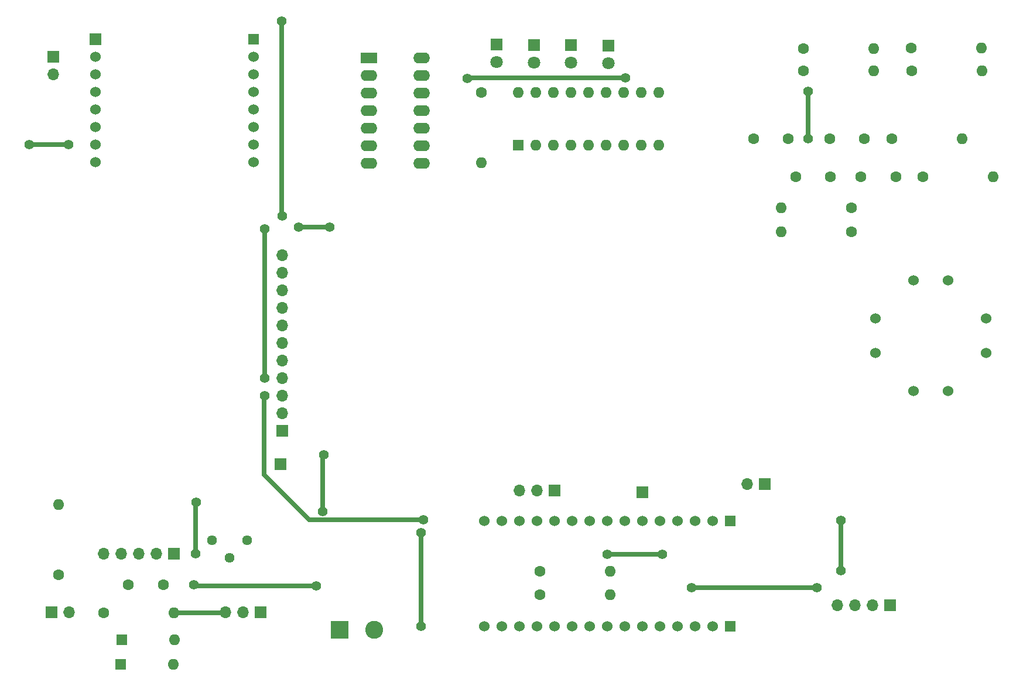
<source format=gbr>
%TF.GenerationSoftware,KiCad,Pcbnew,8.0.0*%
%TF.CreationDate,2024-05-22T20:52:51+02:00*%
%TF.ProjectId,Game_Board_v1,47616d65-5f42-46f6-9172-645f76312e6b,rev?*%
%TF.SameCoordinates,Original*%
%TF.FileFunction,Copper,L1,Top*%
%TF.FilePolarity,Positive*%
%FSLAX46Y46*%
G04 Gerber Fmt 4.6, Leading zero omitted, Abs format (unit mm)*
G04 Created by KiCad (PCBNEW 8.0.0) date 2024-05-22 20:52:51*
%MOMM*%
%LPD*%
G01*
G04 APERTURE LIST*
%TA.AperFunction,ComponentPad*%
%ADD10C,1.600000*%
%TD*%
%TA.AperFunction,ComponentPad*%
%ADD11O,1.600000X1.600000*%
%TD*%
%TA.AperFunction,ComponentPad*%
%ADD12R,1.700000X1.700000*%
%TD*%
%TA.AperFunction,ComponentPad*%
%ADD13O,1.700000X1.700000*%
%TD*%
%TA.AperFunction,ComponentPad*%
%ADD14C,1.440000*%
%TD*%
%TA.AperFunction,ComponentPad*%
%ADD15R,1.600000X1.600000*%
%TD*%
%TA.AperFunction,ComponentPad*%
%ADD16C,1.524000*%
%TD*%
%TA.AperFunction,ComponentPad*%
%ADD17R,1.800000X1.800000*%
%TD*%
%TA.AperFunction,ComponentPad*%
%ADD18C,1.800000*%
%TD*%
%TA.AperFunction,ComponentPad*%
%ADD19R,2.400000X1.600000*%
%TD*%
%TA.AperFunction,ComponentPad*%
%ADD20O,2.400000X1.600000*%
%TD*%
%TA.AperFunction,ComponentPad*%
%ADD21R,2.600000X2.600000*%
%TD*%
%TA.AperFunction,ComponentPad*%
%ADD22C,2.600000*%
%TD*%
%TA.AperFunction,ComponentPad*%
%ADD23R,1.676400X1.676400*%
%TD*%
%TA.AperFunction,ComponentPad*%
%ADD24R,1.524000X1.524000*%
%TD*%
%TA.AperFunction,ComponentPad*%
%ADD25R,1.530000X1.530000*%
%TD*%
%TA.AperFunction,ComponentPad*%
%ADD26C,1.530000*%
%TD*%
%TA.AperFunction,ViaPad*%
%ADD27C,1.400000*%
%TD*%
%TA.AperFunction,Conductor*%
%ADD28C,0.700000*%
%TD*%
G04 APERTURE END LIST*
D10*
%TO.P,R10,1*%
%TO.N,Net-(D6-K)*%
X262140000Y-70400000D03*
D11*
%TO.P,R10,2*%
%TO.N,GND*%
X272300000Y-70400000D03*
%TD*%
D12*
%TO.P,J7,1,Pin_1*%
%TO.N,LCD_DC_t*%
X210575000Y-134425000D03*
D13*
%TO.P,J7,2,Pin_2*%
%TO.N,LCD_RES_t*%
X208035000Y-134425000D03*
%TO.P,J7,3,Pin_3*%
%TO.N,LCD_CS_t*%
X205495000Y-134425000D03*
%TD*%
D12*
%TO.P,J6,1,Pin_1*%
%TO.N,SCL*%
X259080000Y-151000000D03*
D13*
%TO.P,J6,2,Pin_2*%
%TO.N,SDA*%
X256540000Y-151000000D03*
%TO.P,J6,3,Pin_3*%
%TO.N,5V*%
X254000000Y-151000000D03*
%TO.P,J6,4,Pin_4*%
%TO.N,GND*%
X251460000Y-151000000D03*
%TD*%
D14*
%TO.P,RV1,1,1*%
%TO.N,3.3V*%
X161050000Y-141600000D03*
%TO.P,RV1,2,2*%
%TO.N,POT_OUT*%
X163590000Y-144140000D03*
%TO.P,RV1,3,3*%
%TO.N,GND*%
X166130000Y-141600000D03*
%TD*%
D15*
%TO.P,D2,1,K*%
%TO.N,AN_IN*%
X148000000Y-156000000D03*
D11*
%TO.P,D2,2,A*%
%TO.N,GND*%
X155620000Y-156000000D03*
%TD*%
D10*
%TO.P,C5,1*%
%TO.N,3.3V*%
X154000000Y-148000000D03*
%TO.P,C5,2*%
%TO.N,JOYSW*%
X149000000Y-148000000D03*
%TD*%
%TO.P,C4,1*%
%TO.N,3.3V*%
X250500000Y-89000000D03*
%TO.P,C4,2*%
%TO.N,SW4*%
X245500000Y-89000000D03*
%TD*%
%TO.P,R8,1*%
%TO.N,Net-(D4-K)*%
X246575000Y-70475000D03*
D11*
%TO.P,R8,2*%
%TO.N,GND*%
X256735000Y-70475000D03*
%TD*%
D10*
%TO.P,R3,1*%
%TO.N,Net-(J3-Pin_2)*%
X145420000Y-152080000D03*
D11*
%TO.P,R3,2*%
%TO.N,AN_IN*%
X155580000Y-152080000D03*
%TD*%
D15*
%TO.P,U3,1,SCL*%
%TO.N,SCL*%
X205390000Y-84470000D03*
D11*
%TO.P,U3,2,SDA*%
%TO.N,SDA*%
X207930000Y-84470000D03*
%TO.P,U3,3,A2*%
%TO.N,GND*%
X210470000Y-84470000D03*
%TO.P,U3,4,A1*%
X213010000Y-84470000D03*
%TO.P,U3,5,A0*%
X215550000Y-84470000D03*
%TO.P,U3,6,~{RESET}*%
%TO.N,Net-(U3-~{RESET})*%
X218090000Y-84470000D03*
%TO.P,U3,7,NC*%
%TO.N,unconnected-(U3-NC-Pad7)*%
X220630000Y-84470000D03*
%TO.P,U3,8,INT*%
%TO.N,EXP_INT*%
X223170000Y-84470000D03*
%TO.P,U3,9,VSS*%
%TO.N,GND*%
X225710000Y-84470000D03*
%TO.P,U3,10,GP0*%
%TO.N,SW1*%
X225710000Y-76850000D03*
%TO.P,U3,11,GP1*%
%TO.N,SW2*%
X223170000Y-76850000D03*
%TO.P,U3,12,GP2*%
%TO.N,SW3*%
X220630000Y-76850000D03*
%TO.P,U3,13,GP3*%
%TO.N,SW4*%
X218090000Y-76850000D03*
%TO.P,U3,14,GP4*%
%TO.N,LED1*%
X215550000Y-76850000D03*
%TO.P,U3,15,GP5*%
%TO.N,LED2*%
X213010000Y-76850000D03*
%TO.P,U3,16,GP6*%
%TO.N,LED3*%
X210470000Y-76850000D03*
%TO.P,U3,17,GP7*%
%TO.N,LED4*%
X207930000Y-76850000D03*
%TO.P,U3,18,VDD*%
%TO.N,3.3V*%
X205390000Y-76850000D03*
%TD*%
D16*
%TO.P,SW3,1,1*%
%TO.N,3.3V*%
X257000000Y-114500000D03*
%TO.P,SW3,2,2*%
%TO.N,SW3*%
X257000000Y-109500000D03*
%TD*%
D10*
%TO.P,R12,1*%
%TO.N,3.3V*%
X208490000Y-149450000D03*
D11*
%TO.P,R12,2*%
%TO.N,SDA*%
X218650000Y-149450000D03*
%TD*%
D12*
%TO.P,J9,1,Pin_1*%
%TO.N,SD_CS_t*%
X223300000Y-134600000D03*
%TD*%
D16*
%TO.P,SW2,1,1*%
%TO.N,3.3V*%
X273000000Y-114500000D03*
%TO.P,SW2,2,2*%
%TO.N,SW2*%
X273000000Y-109500000D03*
%TD*%
D10*
%TO.P,R7,1*%
%TO.N,Net-(D3-K)*%
X246575000Y-73675000D03*
D11*
%TO.P,R7,2*%
%TO.N,GND*%
X256735000Y-73675000D03*
%TD*%
D17*
%TO.P,D5,1,K*%
%TO.N,Net-(D5-K)*%
X207635000Y-69920000D03*
D18*
%TO.P,D5,2,A*%
%TO.N,LED3*%
X207635000Y-72460000D03*
%TD*%
D15*
%TO.P,D1,1,K*%
%TO.N,3.3V*%
X147880000Y-159500000D03*
D11*
%TO.P,D1,2,A*%
%TO.N,AN_IN*%
X155500000Y-159500000D03*
%TD*%
D12*
%TO.P,J1,1,Pin_1*%
%TO.N,SD_CS*%
X171200000Y-125730000D03*
D13*
%TO.P,J1,2,Pin_2*%
%TO.N,MOSI*%
X171200000Y-123190000D03*
%TO.P,J1,3,Pin_3*%
%TO.N,SCK*%
X171200000Y-120650000D03*
%TO.P,J1,4,Pin_4*%
%TO.N,MISO*%
X171200000Y-118110000D03*
%TO.P,J1,5,Pin_5*%
%TO.N,LCD_CS*%
X171200000Y-115570000D03*
%TO.P,J1,6,Pin_6*%
%TO.N,LCD_RES*%
X171200000Y-113030000D03*
%TO.P,J1,7,Pin_7*%
%TO.N,LCD_DC*%
X171200000Y-110490000D03*
%TO.P,J1,8,Pin_8*%
%TO.N,MOSI*%
X171200000Y-107950000D03*
%TO.P,J1,9,Pin_9*%
%TO.N,SCK*%
X171200000Y-105410000D03*
%TO.P,J1,10,Pin_10*%
%TO.N,GND*%
X171200000Y-102870000D03*
%TO.P,J1,11,Pin_11*%
%TO.N,3.3V*%
X171200000Y-100330000D03*
%TD*%
D12*
%TO.P,J8,1,Pin_1*%
%TO.N,SD_CS*%
X171000000Y-130550000D03*
%TD*%
%TO.P,J10,1,Pin_1*%
%TO.N,nRF_CS_t*%
X241025000Y-133475000D03*
D13*
%TO.P,J10,2,Pin_2*%
%TO.N,nRF_CE_t*%
X238485000Y-133475000D03*
%TD*%
D10*
%TO.P,R5,1*%
%TO.N,SW4*%
X253500000Y-97000000D03*
D11*
%TO.P,R5,2*%
%TO.N,GND*%
X243340000Y-97000000D03*
%TD*%
D10*
%TO.P,R9,1*%
%TO.N,Net-(D5-K)*%
X262240000Y-73650000D03*
D11*
%TO.P,R9,2*%
%TO.N,GND*%
X272400000Y-73650000D03*
%TD*%
D10*
%TO.P,R11,1*%
%TO.N,3.3V*%
X208490000Y-146100000D03*
D11*
%TO.P,R11,2*%
%TO.N,SCL*%
X218650000Y-146100000D03*
%TD*%
D10*
%TO.P,C2,1*%
%TO.N,3.3V*%
X250420000Y-83500000D03*
%TO.P,C2,2*%
%TO.N,SW2*%
X255420000Y-83500000D03*
%TD*%
D12*
%TO.P,J3,1,Pin_1*%
%TO.N,GND*%
X137900000Y-152000000D03*
D13*
%TO.P,J3,2,Pin_2*%
%TO.N,Net-(J3-Pin_2)*%
X140440000Y-152000000D03*
%TD*%
D10*
%TO.P,R6,1*%
%TO.N,JOYSW*%
X138920000Y-146580000D03*
D11*
%TO.P,R6,2*%
%TO.N,GND*%
X138920000Y-136420000D03*
%TD*%
D10*
%TO.P,R1,1*%
%TO.N,SW1*%
X263840000Y-89000000D03*
D11*
%TO.P,R1,2*%
%TO.N,GND*%
X274000000Y-89000000D03*
%TD*%
D10*
%TO.P,R4,1*%
%TO.N,SW3*%
X253500000Y-93500000D03*
D11*
%TO.P,R4,2*%
%TO.N,GND*%
X243340000Y-93500000D03*
%TD*%
D10*
%TO.P,R13,1*%
%TO.N,3.3V*%
X200010000Y-76850000D03*
D11*
%TO.P,R13,2*%
%TO.N,Net-(U3-~{RESET})*%
X200010000Y-87010000D03*
%TD*%
D16*
%TO.P,SW4,1,1*%
%TO.N,3.3V*%
X267500000Y-120000000D03*
%TO.P,SW4,2,2*%
%TO.N,SW4*%
X262500000Y-120000000D03*
%TD*%
D17*
%TO.P,D6,1,K*%
%TO.N,Net-(D6-K)*%
X202200000Y-69860000D03*
D18*
%TO.P,D6,2,A*%
%TO.N,LED4*%
X202200000Y-72400000D03*
%TD*%
D10*
%TO.P,R2,1*%
%TO.N,SW2*%
X259340000Y-83500000D03*
D11*
%TO.P,R2,2*%
%TO.N,GND*%
X269500000Y-83500000D03*
%TD*%
D19*
%TO.P,U2,1*%
%TO.N,N/C*%
X183780000Y-71840000D03*
D20*
%TO.P,U2,2*%
X183780000Y-74380000D03*
%TO.P,U2,3*%
X183780000Y-76920000D03*
%TO.P,U2,4*%
X183780000Y-79460000D03*
%TO.P,U2,5*%
X183780000Y-82000000D03*
%TO.P,U2,6*%
X183780000Y-84540000D03*
%TO.P,U2,7,VSS*%
%TO.N,GND*%
X183780000Y-87080000D03*
%TO.P,U2,8*%
%TO.N,N/C*%
X191400000Y-87080000D03*
%TO.P,U2,9*%
X191400000Y-84540000D03*
%TO.P,U2,10*%
X191400000Y-82000000D03*
%TO.P,U2,11*%
%TO.N,EX_nRF_INT*%
X191400000Y-79460000D03*
%TO.P,U2,12*%
%TO.N,nRF_INT*%
X191400000Y-76920000D03*
%TO.P,U2,13*%
%TO.N,EXP_INT*%
X191400000Y-74380000D03*
%TO.P,U2,14,VDD*%
%TO.N,3.3V*%
X191400000Y-71840000D03*
%TD*%
D12*
%TO.P,J11,1,Pin_1*%
%TO.N,nRF_CE*%
X138150000Y-71610000D03*
D13*
%TO.P,J11,2,Pin_2*%
%TO.N,nRF_CS*%
X138150000Y-74150000D03*
%TD*%
D12*
%TO.P,J2,1,Pin_1*%
%TO.N,JOYSW*%
X155600000Y-143500000D03*
D13*
%TO.P,J2,2,Pin_2*%
%TO.N,JOYY*%
X153060000Y-143500000D03*
%TO.P,J2,3,Pin_3*%
%TO.N,JOYX*%
X150520000Y-143500000D03*
%TO.P,J2,4,Pin_4*%
%TO.N,GND*%
X147980000Y-143500000D03*
%TO.P,J2,5,Pin_5*%
%TO.N,3.3V*%
X145440000Y-143500000D03*
%TD*%
D16*
%TO.P,SW1,1,1*%
%TO.N,3.3V*%
X262500000Y-104000000D03*
%TO.P,SW1,2,2*%
%TO.N,SW1*%
X267500000Y-104000000D03*
%TD*%
D17*
%TO.P,D4,1,K*%
%TO.N,Net-(D4-K)*%
X213000000Y-69920000D03*
D18*
%TO.P,D4,2,A*%
%TO.N,LED2*%
X213000000Y-72460000D03*
%TD*%
D21*
%TO.P,J5,1,Pin_1*%
%TO.N,GND*%
X179500000Y-154500000D03*
D22*
%TO.P,J5,2,Pin_2*%
%TO.N,Vin*%
X184500000Y-154500000D03*
%TD*%
D17*
%TO.P,D3,1,K*%
%TO.N,Net-(D3-K)*%
X218400000Y-70060000D03*
D18*
%TO.P,D3,2,A*%
%TO.N,LED1*%
X218400000Y-72600000D03*
%TD*%
D10*
%TO.P,C1,1*%
%TO.N,3.3V*%
X254920000Y-89000000D03*
%TO.P,C1,2*%
%TO.N,SW1*%
X259920000Y-89000000D03*
%TD*%
D23*
%TO.P,CON1,P1,AN*%
%TO.N,unconnected-(CON1-AN-PadP1)*%
X144240000Y-69100000D03*
D16*
%TO.P,CON1,P2,RST*%
%TO.N,nRF_CE*%
X144240000Y-71640000D03*
%TO.P,CON1,P3,CS*%
%TO.N,nRF_CS*%
X144240000Y-74180000D03*
%TO.P,CON1,P4,SCK*%
%TO.N,SCK*%
X144240000Y-76720000D03*
%TO.P,CON1,P5,MISO*%
%TO.N,MISO*%
X144240000Y-79260000D03*
%TO.P,CON1,P6,MOSI*%
%TO.N,MOSI*%
X144240000Y-81800000D03*
%TO.P,CON1,P7,3V3*%
%TO.N,3.3V*%
X144240000Y-84340000D03*
%TO.P,CON1,P8,GND1*%
%TO.N,GND*%
X144240000Y-86880000D03*
%TO.P,CON1,P9,GND2*%
X167100000Y-86880000D03*
%TO.P,CON1,P10,5V*%
%TO.N,unconnected-(CON1-5V-PadP10)*%
X167100000Y-84340000D03*
%TO.P,CON1,P11,SDA*%
%TO.N,unconnected-(CON1-SDA-PadP11)*%
X167100000Y-81800000D03*
%TO.P,CON1,P12,SCL*%
%TO.N,unconnected-(CON1-SCL-PadP12)*%
X167100000Y-79260000D03*
%TO.P,CON1,P13,RX*%
%TO.N,unconnected-(CON1-RX-PadP13)*%
X167100000Y-76720000D03*
%TO.P,CON1,P14,TX*%
%TO.N,unconnected-(CON1-TX-PadP14)*%
X167100000Y-74180000D03*
%TO.P,CON1,P15,INT*%
%TO.N,nRF_INT*%
X167100000Y-71640000D03*
D24*
%TO.P,CON1,P16,PWM*%
%TO.N,unconnected-(CON1-PWM-PadP16)*%
X167100000Y-69100000D03*
%TD*%
D12*
%TO.P,J4,1,Pin_1*%
%TO.N,POT_OUT*%
X168080000Y-152000000D03*
D13*
%TO.P,J4,2,Pin_2*%
%TO.N,AN_OUT*%
X165540000Y-152000000D03*
%TO.P,J4,3,Pin_3*%
%TO.N,AN_IN*%
X163000000Y-152000000D03*
%TD*%
D10*
%TO.P,C3,1*%
%TO.N,3.3V*%
X244400000Y-83500000D03*
%TO.P,C3,2*%
%TO.N,SW3*%
X239400000Y-83500000D03*
%TD*%
D25*
%TO.P,U1,CN3_1,PA9*%
%TO.N,nRF_CS_t*%
X236000000Y-138760000D03*
D26*
%TO.P,U1,CN3_2,PA10*%
%TO.N,nRF_CE_t*%
X233460000Y-138760000D03*
%TO.P,U1,CN3_3,NRST_CN3*%
%TO.N,unconnected-(U1A-NRST_CN3-PadCN3_3)*%
X230920000Y-138760000D03*
%TO.P,U1,CN3_4,GND_CN3*%
%TO.N,GND*%
X228380000Y-138760000D03*
%TO.P,U1,CN3_5,PA12*%
%TO.N,EX_nRF_INT*%
X225840000Y-138760000D03*
%TO.P,U1,CN3_6,PB0*%
%TO.N,SD_CS_t*%
X223300000Y-138760000D03*
%TO.P,U1,CN3_7,PB7*%
%TO.N,SDA*%
X220760000Y-138760000D03*
%TO.P,U1,CN3_8,PB6*%
%TO.N,SCL*%
X218220000Y-138760000D03*
%TO.P,U1,CN3_9,PB1*%
%TO.N,LCD_DC_t*%
X215680000Y-138760000D03*
%TO.P,U1,CN3_10,PC14*%
%TO.N,unconnected-(U1A-PC14-PadCN3_10)*%
X213140000Y-138760000D03*
%TO.P,U1,CN3_11,PC15*%
%TO.N,unconnected-(U1A-PC15-PadCN3_11)*%
X210600000Y-138760000D03*
%TO.P,U1,CN3_12,PA8*%
%TO.N,LCD_RES_t*%
X208060000Y-138760000D03*
%TO.P,U1,CN3_13,PA11*%
%TO.N,LCD_CS_t*%
X205520000Y-138760000D03*
%TO.P,U1,CN3_14,PB5*%
%TO.N,MOSI*%
X202980000Y-138760000D03*
%TO.P,U1,CN3_15,PB4*%
%TO.N,MISO*%
X200440000Y-138760000D03*
D25*
%TO.P,U1,CN4_1,VIN*%
%TO.N,Vin*%
X236000000Y-154000000D03*
D26*
%TO.P,U1,CN4_2,GND_CN4*%
%TO.N,GND*%
X233460000Y-154000000D03*
%TO.P,U1,CN4_3,NRST_CN4*%
%TO.N,unconnected-(U1B-NRST_CN4-PadCN4_3)*%
X230920000Y-154000000D03*
%TO.P,U1,CN4_4,+5V*%
%TO.N,5V*%
X228380000Y-154000000D03*
%TO.P,U1,CN4_5,PA2*%
%TO.N,unconnected-(U1B-PA2-PadCN4_5)*%
X225840000Y-154000000D03*
%TO.P,U1,CN4_6,PA7*%
%TO.N,AN_OUT*%
X223300000Y-154000000D03*
%TO.P,U1,CN4_7,PA6*%
%TO.N,unconnected-(U1B-PA6-PadCN4_7)*%
X220760000Y-154000000D03*
%TO.P,U1,CN4_8,PA5*%
%TO.N,unconnected-(U1B-PA5-PadCN4_8)*%
X218220000Y-154000000D03*
%TO.P,U1,CN4_9,PA4*%
%TO.N,JOYSW*%
X215680000Y-154000000D03*
%TO.P,U1,CN4_10,PA3*%
%TO.N,unconnected-(U1B-PA3-PadCN4_10)*%
X213140000Y-154000000D03*
%TO.P,U1,CN4_11,PA1*%
%TO.N,JOYX*%
X210600000Y-154000000D03*
%TO.P,U1,CN4_12,PA0*%
%TO.N,JOYY*%
X208060000Y-154000000D03*
%TO.P,U1,CN4_13,AREF*%
%TO.N,unconnected-(U1B-AREF-PadCN4_13)*%
X205520000Y-154000000D03*
%TO.P,U1,CN4_14,+3V3*%
%TO.N,3.3V*%
X202980000Y-154000000D03*
%TO.P,U1,CN4_15,PB3*%
%TO.N,SCK*%
X200440000Y-154000000D03*
%TD*%
D27*
%TO.N,GND*%
X178050000Y-96250000D03*
X173600000Y-96300000D03*
%TO.N,3.3V*%
X220850000Y-74700000D03*
X158450000Y-148050000D03*
X171200000Y-94700000D03*
X247300000Y-83500000D03*
X140350000Y-84340000D03*
X171150000Y-66500000D03*
X176100000Y-148150000D03*
X247300000Y-76650000D03*
X134640000Y-84340000D03*
X197950000Y-74750000D03*
%TO.N,MISO*%
X168650000Y-118110000D03*
X191600000Y-138650000D03*
X168650000Y-96500000D03*
X168650000Y-120700000D03*
%TO.N,SCK*%
X177100000Y-137400000D03*
X191300000Y-140450000D03*
X191300000Y-154000000D03*
X177250000Y-129200000D03*
%TO.N,JOYSW*%
X158700000Y-143500000D03*
X158800000Y-136100000D03*
X158700000Y-143500000D03*
%TO.N,5V*%
X248500000Y-148400000D03*
X230400000Y-148400000D03*
%TO.N,SCL*%
X226200000Y-143600000D03*
X218200000Y-143600000D03*
%TO.N,SDA*%
X252000000Y-138700000D03*
X252000000Y-146000000D03*
%TD*%
D28*
%TO.N,GND*%
X173600000Y-96300000D02*
X178000000Y-96300000D01*
X178000000Y-96300000D02*
X178050000Y-96250000D01*
%TO.N,3.3V*%
X171150000Y-94650000D02*
X171150000Y-66500000D01*
X220850000Y-74700000D02*
X198000000Y-74700000D01*
X247300000Y-76650000D02*
X247300000Y-83500000D01*
X198000000Y-74700000D02*
X197950000Y-74750000D01*
X134640000Y-84340000D02*
X140350000Y-84340000D01*
X158550000Y-148150000D02*
X158450000Y-148050000D01*
X176100000Y-148150000D02*
X158550000Y-148150000D01*
X171200000Y-94700000D02*
X171150000Y-94650000D01*
%TO.N,MISO*%
X191550000Y-138600000D02*
X175100000Y-138600000D01*
X191600000Y-138650000D02*
X191550000Y-138600000D01*
X168600000Y-132100000D02*
X168600000Y-120750000D01*
X175100000Y-138600000D02*
X168600000Y-132100000D01*
X168650000Y-118110000D02*
X168650000Y-96500000D01*
X168600000Y-120750000D02*
X168650000Y-120700000D01*
%TO.N,SCK*%
X177050000Y-137350000D02*
X177100000Y-137400000D01*
X191300000Y-154000000D02*
X191300000Y-140450000D01*
X177050000Y-129400000D02*
X177050000Y-137350000D01*
X177250000Y-129200000D02*
X177050000Y-129400000D01*
%TO.N,JOYSW*%
X158700000Y-136200000D02*
X158800000Y-136100000D01*
X158700000Y-143500000D02*
X158700000Y-136200000D01*
%TO.N,AN_IN*%
X155580000Y-152080000D02*
X162920000Y-152080000D01*
%TO.N,5V*%
X248500000Y-148400000D02*
X230400000Y-148400000D01*
%TO.N,SCL*%
X226200000Y-143600000D02*
X218200000Y-143600000D01*
%TO.N,SDA*%
X252000000Y-146000000D02*
X252000000Y-138700000D01*
%TD*%
M02*

</source>
